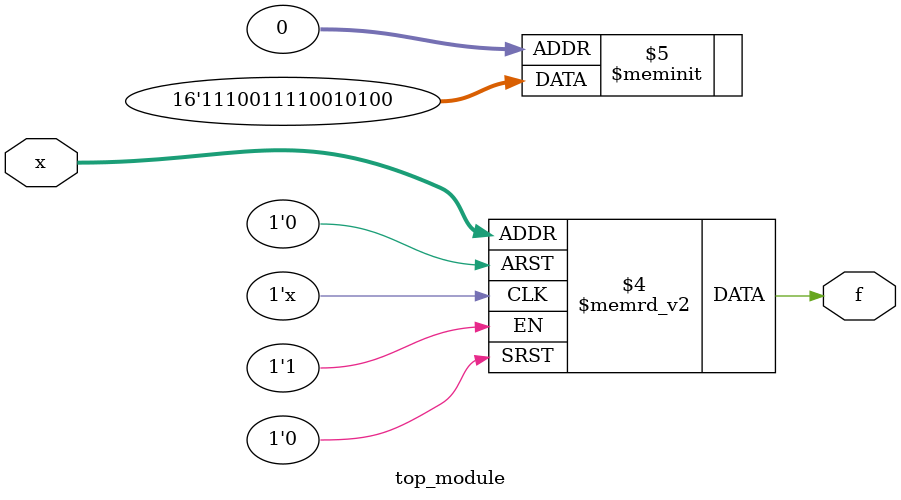
<source format=sv>
module top_module (
    input [4:1] x,
    output logic f
);

always_comb begin
    case ({x[4], x[3], x[2], x[1]})
        4'b0000, 4'b0011, 4'b0101, 4'b0110, 4'b1011, 4'b1100: f = 1'b0;
        4'b0010, 4'b0111, 4'b1001, 4'b1010: f = 1'b1;
        4'b0100, 4'b1000, 4'b1101, 4'b1110, 4'b1111: f = 1'b1;
        default: f = 1'b0; // Don't care
    endcase
end

endmodule

</source>
